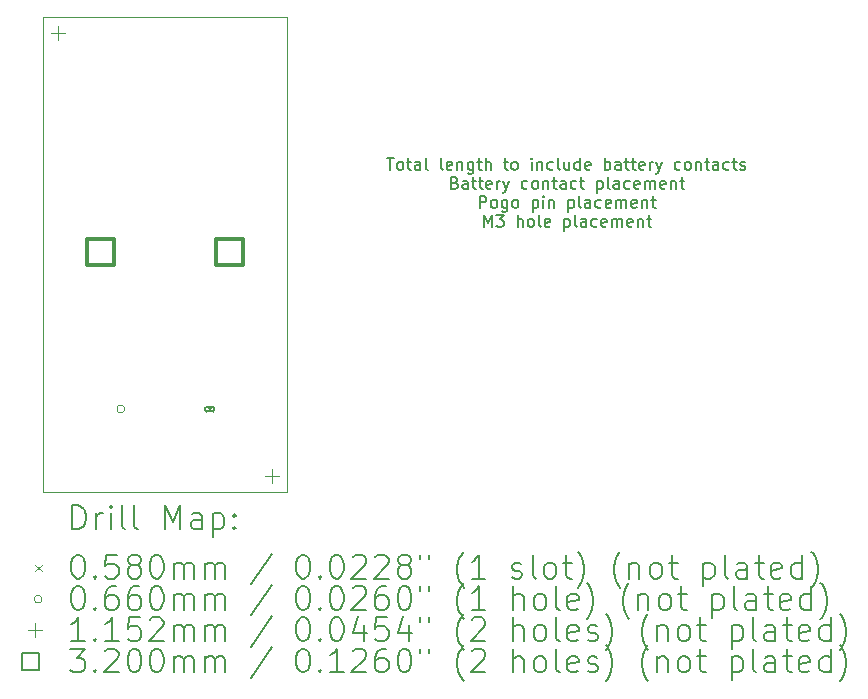
<source format=gbr>
%FSLAX45Y45*%
G04 Gerber Fmt 4.5, Leading zero omitted, Abs format (unit mm)*
G04 Created by KiCad (PCBNEW (6.0.4-0)) date 2022-12-11 03:25:20*
%MOMM*%
%LPD*%
G01*
G04 APERTURE LIST*
%TA.AperFunction,Profile*%
%ADD10C,0.100000*%
%TD*%
%ADD11C,0.150000*%
%ADD12C,0.200000*%
%ADD13C,0.058000*%
%ADD14C,0.066000*%
%ADD15C,0.115200*%
%ADD16C,0.320000*%
G04 APERTURE END LIST*
D10*
X7068000Y-4225000D02*
X9140000Y-4225000D01*
X9140000Y-4225000D02*
X9140000Y-8245000D01*
X9140000Y-8245000D02*
X7068000Y-8245000D01*
X7068000Y-8245000D02*
X7068000Y-4225000D01*
D11*
X9984771Y-5418738D02*
X10041914Y-5418738D01*
X10013343Y-5518738D02*
X10013343Y-5418738D01*
X10089533Y-5518738D02*
X10080010Y-5513976D01*
X10075248Y-5509214D01*
X10070486Y-5499690D01*
X10070486Y-5471119D01*
X10075248Y-5461595D01*
X10080010Y-5456833D01*
X10089533Y-5452071D01*
X10103819Y-5452071D01*
X10113343Y-5456833D01*
X10118105Y-5461595D01*
X10122867Y-5471119D01*
X10122867Y-5499690D01*
X10118105Y-5509214D01*
X10113343Y-5513976D01*
X10103819Y-5518738D01*
X10089533Y-5518738D01*
X10151438Y-5452071D02*
X10189533Y-5452071D01*
X10165724Y-5418738D02*
X10165724Y-5504452D01*
X10170486Y-5513976D01*
X10180010Y-5518738D01*
X10189533Y-5518738D01*
X10265724Y-5518738D02*
X10265724Y-5466357D01*
X10260962Y-5456833D01*
X10251438Y-5452071D01*
X10232390Y-5452071D01*
X10222867Y-5456833D01*
X10265724Y-5513976D02*
X10256200Y-5518738D01*
X10232390Y-5518738D01*
X10222867Y-5513976D01*
X10218105Y-5504452D01*
X10218105Y-5494929D01*
X10222867Y-5485405D01*
X10232390Y-5480643D01*
X10256200Y-5480643D01*
X10265724Y-5475881D01*
X10327629Y-5518738D02*
X10318105Y-5513976D01*
X10313343Y-5504452D01*
X10313343Y-5418738D01*
X10456200Y-5518738D02*
X10446676Y-5513976D01*
X10441914Y-5504452D01*
X10441914Y-5418738D01*
X10532390Y-5513976D02*
X10522867Y-5518738D01*
X10503819Y-5518738D01*
X10494295Y-5513976D01*
X10489533Y-5504452D01*
X10489533Y-5466357D01*
X10494295Y-5456833D01*
X10503819Y-5452071D01*
X10522867Y-5452071D01*
X10532390Y-5456833D01*
X10537152Y-5466357D01*
X10537152Y-5475881D01*
X10489533Y-5485405D01*
X10580010Y-5452071D02*
X10580010Y-5518738D01*
X10580010Y-5461595D02*
X10584771Y-5456833D01*
X10594295Y-5452071D01*
X10608581Y-5452071D01*
X10618105Y-5456833D01*
X10622867Y-5466357D01*
X10622867Y-5518738D01*
X10713343Y-5452071D02*
X10713343Y-5533024D01*
X10708581Y-5542548D01*
X10703819Y-5547310D01*
X10694295Y-5552071D01*
X10680010Y-5552071D01*
X10670486Y-5547310D01*
X10713343Y-5513976D02*
X10703819Y-5518738D01*
X10684771Y-5518738D01*
X10675248Y-5513976D01*
X10670486Y-5509214D01*
X10665724Y-5499690D01*
X10665724Y-5471119D01*
X10670486Y-5461595D01*
X10675248Y-5456833D01*
X10684771Y-5452071D01*
X10703819Y-5452071D01*
X10713343Y-5456833D01*
X10746676Y-5452071D02*
X10784771Y-5452071D01*
X10760962Y-5418738D02*
X10760962Y-5504452D01*
X10765724Y-5513976D01*
X10775248Y-5518738D01*
X10784771Y-5518738D01*
X10818105Y-5518738D02*
X10818105Y-5418738D01*
X10860962Y-5518738D02*
X10860962Y-5466357D01*
X10856200Y-5456833D01*
X10846676Y-5452071D01*
X10832390Y-5452071D01*
X10822867Y-5456833D01*
X10818105Y-5461595D01*
X10970486Y-5452071D02*
X11008581Y-5452071D01*
X10984771Y-5418738D02*
X10984771Y-5504452D01*
X10989533Y-5513976D01*
X10999057Y-5518738D01*
X11008581Y-5518738D01*
X11056200Y-5518738D02*
X11046676Y-5513976D01*
X11041914Y-5509214D01*
X11037152Y-5499690D01*
X11037152Y-5471119D01*
X11041914Y-5461595D01*
X11046676Y-5456833D01*
X11056200Y-5452071D01*
X11070486Y-5452071D01*
X11080010Y-5456833D01*
X11084771Y-5461595D01*
X11089533Y-5471119D01*
X11089533Y-5499690D01*
X11084771Y-5509214D01*
X11080010Y-5513976D01*
X11070486Y-5518738D01*
X11056200Y-5518738D01*
X11208581Y-5518738D02*
X11208581Y-5452071D01*
X11208581Y-5418738D02*
X11203819Y-5423500D01*
X11208581Y-5428262D01*
X11213343Y-5423500D01*
X11208581Y-5418738D01*
X11208581Y-5428262D01*
X11256200Y-5452071D02*
X11256200Y-5518738D01*
X11256200Y-5461595D02*
X11260962Y-5456833D01*
X11270486Y-5452071D01*
X11284771Y-5452071D01*
X11294295Y-5456833D01*
X11299057Y-5466357D01*
X11299057Y-5518738D01*
X11389533Y-5513976D02*
X11380009Y-5518738D01*
X11360962Y-5518738D01*
X11351438Y-5513976D01*
X11346676Y-5509214D01*
X11341914Y-5499690D01*
X11341914Y-5471119D01*
X11346676Y-5461595D01*
X11351438Y-5456833D01*
X11360962Y-5452071D01*
X11380009Y-5452071D01*
X11389533Y-5456833D01*
X11446676Y-5518738D02*
X11437152Y-5513976D01*
X11432390Y-5504452D01*
X11432390Y-5418738D01*
X11527628Y-5452071D02*
X11527628Y-5518738D01*
X11484771Y-5452071D02*
X11484771Y-5504452D01*
X11489533Y-5513976D01*
X11499057Y-5518738D01*
X11513343Y-5518738D01*
X11522867Y-5513976D01*
X11527628Y-5509214D01*
X11618105Y-5518738D02*
X11618105Y-5418738D01*
X11618105Y-5513976D02*
X11608581Y-5518738D01*
X11589533Y-5518738D01*
X11580009Y-5513976D01*
X11575248Y-5509214D01*
X11570486Y-5499690D01*
X11570486Y-5471119D01*
X11575248Y-5461595D01*
X11580009Y-5456833D01*
X11589533Y-5452071D01*
X11608581Y-5452071D01*
X11618105Y-5456833D01*
X11703819Y-5513976D02*
X11694295Y-5518738D01*
X11675248Y-5518738D01*
X11665724Y-5513976D01*
X11660962Y-5504452D01*
X11660962Y-5466357D01*
X11665724Y-5456833D01*
X11675248Y-5452071D01*
X11694295Y-5452071D01*
X11703819Y-5456833D01*
X11708581Y-5466357D01*
X11708581Y-5475881D01*
X11660962Y-5485405D01*
X11827628Y-5518738D02*
X11827628Y-5418738D01*
X11827628Y-5456833D02*
X11837152Y-5452071D01*
X11856200Y-5452071D01*
X11865724Y-5456833D01*
X11870486Y-5461595D01*
X11875248Y-5471119D01*
X11875248Y-5499690D01*
X11870486Y-5509214D01*
X11865724Y-5513976D01*
X11856200Y-5518738D01*
X11837152Y-5518738D01*
X11827628Y-5513976D01*
X11960962Y-5518738D02*
X11960962Y-5466357D01*
X11956200Y-5456833D01*
X11946676Y-5452071D01*
X11927628Y-5452071D01*
X11918105Y-5456833D01*
X11960962Y-5513976D02*
X11951438Y-5518738D01*
X11927628Y-5518738D01*
X11918105Y-5513976D01*
X11913343Y-5504452D01*
X11913343Y-5494929D01*
X11918105Y-5485405D01*
X11927628Y-5480643D01*
X11951438Y-5480643D01*
X11960962Y-5475881D01*
X11994295Y-5452071D02*
X12032390Y-5452071D01*
X12008581Y-5418738D02*
X12008581Y-5504452D01*
X12013343Y-5513976D01*
X12022867Y-5518738D01*
X12032390Y-5518738D01*
X12051438Y-5452071D02*
X12089533Y-5452071D01*
X12065724Y-5418738D02*
X12065724Y-5504452D01*
X12070486Y-5513976D01*
X12080009Y-5518738D01*
X12089533Y-5518738D01*
X12160962Y-5513976D02*
X12151438Y-5518738D01*
X12132390Y-5518738D01*
X12122867Y-5513976D01*
X12118105Y-5504452D01*
X12118105Y-5466357D01*
X12122867Y-5456833D01*
X12132390Y-5452071D01*
X12151438Y-5452071D01*
X12160962Y-5456833D01*
X12165724Y-5466357D01*
X12165724Y-5475881D01*
X12118105Y-5485405D01*
X12208581Y-5518738D02*
X12208581Y-5452071D01*
X12208581Y-5471119D02*
X12213343Y-5461595D01*
X12218105Y-5456833D01*
X12227628Y-5452071D01*
X12237152Y-5452071D01*
X12260962Y-5452071D02*
X12284771Y-5518738D01*
X12308581Y-5452071D02*
X12284771Y-5518738D01*
X12275248Y-5542548D01*
X12270486Y-5547310D01*
X12260962Y-5552071D01*
X12465724Y-5513976D02*
X12456200Y-5518738D01*
X12437152Y-5518738D01*
X12427628Y-5513976D01*
X12422867Y-5509214D01*
X12418105Y-5499690D01*
X12418105Y-5471119D01*
X12422867Y-5461595D01*
X12427628Y-5456833D01*
X12437152Y-5452071D01*
X12456200Y-5452071D01*
X12465724Y-5456833D01*
X12522867Y-5518738D02*
X12513343Y-5513976D01*
X12508581Y-5509214D01*
X12503819Y-5499690D01*
X12503819Y-5471119D01*
X12508581Y-5461595D01*
X12513343Y-5456833D01*
X12522867Y-5452071D01*
X12537152Y-5452071D01*
X12546676Y-5456833D01*
X12551438Y-5461595D01*
X12556200Y-5471119D01*
X12556200Y-5499690D01*
X12551438Y-5509214D01*
X12546676Y-5513976D01*
X12537152Y-5518738D01*
X12522867Y-5518738D01*
X12599057Y-5452071D02*
X12599057Y-5518738D01*
X12599057Y-5461595D02*
X12603819Y-5456833D01*
X12613343Y-5452071D01*
X12627628Y-5452071D01*
X12637152Y-5456833D01*
X12641914Y-5466357D01*
X12641914Y-5518738D01*
X12675248Y-5452071D02*
X12713343Y-5452071D01*
X12689533Y-5418738D02*
X12689533Y-5504452D01*
X12694295Y-5513976D01*
X12703819Y-5518738D01*
X12713343Y-5518738D01*
X12789533Y-5518738D02*
X12789533Y-5466357D01*
X12784771Y-5456833D01*
X12775248Y-5452071D01*
X12756200Y-5452071D01*
X12746676Y-5456833D01*
X12789533Y-5513976D02*
X12780009Y-5518738D01*
X12756200Y-5518738D01*
X12746676Y-5513976D01*
X12741914Y-5504452D01*
X12741914Y-5494929D01*
X12746676Y-5485405D01*
X12756200Y-5480643D01*
X12780009Y-5480643D01*
X12789533Y-5475881D01*
X12880009Y-5513976D02*
X12870486Y-5518738D01*
X12851438Y-5518738D01*
X12841914Y-5513976D01*
X12837152Y-5509214D01*
X12832390Y-5499690D01*
X12832390Y-5471119D01*
X12837152Y-5461595D01*
X12841914Y-5456833D01*
X12851438Y-5452071D01*
X12870486Y-5452071D01*
X12880009Y-5456833D01*
X12908581Y-5452071D02*
X12946676Y-5452071D01*
X12922867Y-5418738D02*
X12922867Y-5504452D01*
X12927628Y-5513976D01*
X12937152Y-5518738D01*
X12946676Y-5518738D01*
X12975248Y-5513976D02*
X12984771Y-5518738D01*
X13003819Y-5518738D01*
X13013343Y-5513976D01*
X13018105Y-5504452D01*
X13018105Y-5499690D01*
X13013343Y-5490167D01*
X13003819Y-5485405D01*
X12989533Y-5485405D01*
X12980009Y-5480643D01*
X12975248Y-5471119D01*
X12975248Y-5466357D01*
X12980009Y-5456833D01*
X12989533Y-5452071D01*
X13003819Y-5452071D01*
X13013343Y-5456833D01*
X10558581Y-5627357D02*
X10572867Y-5632119D01*
X10577629Y-5636881D01*
X10582390Y-5646405D01*
X10582390Y-5660690D01*
X10577629Y-5670214D01*
X10572867Y-5674976D01*
X10563343Y-5679738D01*
X10525248Y-5679738D01*
X10525248Y-5579738D01*
X10558581Y-5579738D01*
X10568105Y-5584500D01*
X10572867Y-5589262D01*
X10577629Y-5598786D01*
X10577629Y-5608309D01*
X10572867Y-5617833D01*
X10568105Y-5622595D01*
X10558581Y-5627357D01*
X10525248Y-5627357D01*
X10668105Y-5679738D02*
X10668105Y-5627357D01*
X10663343Y-5617833D01*
X10653819Y-5613071D01*
X10634771Y-5613071D01*
X10625248Y-5617833D01*
X10668105Y-5674976D02*
X10658581Y-5679738D01*
X10634771Y-5679738D01*
X10625248Y-5674976D01*
X10620486Y-5665452D01*
X10620486Y-5655928D01*
X10625248Y-5646405D01*
X10634771Y-5641643D01*
X10658581Y-5641643D01*
X10668105Y-5636881D01*
X10701438Y-5613071D02*
X10739533Y-5613071D01*
X10715724Y-5579738D02*
X10715724Y-5665452D01*
X10720486Y-5674976D01*
X10730010Y-5679738D01*
X10739533Y-5679738D01*
X10758581Y-5613071D02*
X10796676Y-5613071D01*
X10772867Y-5579738D02*
X10772867Y-5665452D01*
X10777629Y-5674976D01*
X10787152Y-5679738D01*
X10796676Y-5679738D01*
X10868105Y-5674976D02*
X10858581Y-5679738D01*
X10839533Y-5679738D01*
X10830010Y-5674976D01*
X10825248Y-5665452D01*
X10825248Y-5627357D01*
X10830010Y-5617833D01*
X10839533Y-5613071D01*
X10858581Y-5613071D01*
X10868105Y-5617833D01*
X10872867Y-5627357D01*
X10872867Y-5636881D01*
X10825248Y-5646405D01*
X10915724Y-5679738D02*
X10915724Y-5613071D01*
X10915724Y-5632119D02*
X10920486Y-5622595D01*
X10925248Y-5617833D01*
X10934771Y-5613071D01*
X10944295Y-5613071D01*
X10968105Y-5613071D02*
X10991914Y-5679738D01*
X11015724Y-5613071D02*
X10991914Y-5679738D01*
X10982390Y-5703548D01*
X10977629Y-5708309D01*
X10968105Y-5713071D01*
X11172867Y-5674976D02*
X11163343Y-5679738D01*
X11144295Y-5679738D01*
X11134771Y-5674976D01*
X11130010Y-5670214D01*
X11125248Y-5660690D01*
X11125248Y-5632119D01*
X11130010Y-5622595D01*
X11134771Y-5617833D01*
X11144295Y-5613071D01*
X11163343Y-5613071D01*
X11172867Y-5617833D01*
X11230009Y-5679738D02*
X11220486Y-5674976D01*
X11215724Y-5670214D01*
X11210962Y-5660690D01*
X11210962Y-5632119D01*
X11215724Y-5622595D01*
X11220486Y-5617833D01*
X11230009Y-5613071D01*
X11244295Y-5613071D01*
X11253819Y-5617833D01*
X11258581Y-5622595D01*
X11263343Y-5632119D01*
X11263343Y-5660690D01*
X11258581Y-5670214D01*
X11253819Y-5674976D01*
X11244295Y-5679738D01*
X11230009Y-5679738D01*
X11306200Y-5613071D02*
X11306200Y-5679738D01*
X11306200Y-5622595D02*
X11310962Y-5617833D01*
X11320486Y-5613071D01*
X11334771Y-5613071D01*
X11344295Y-5617833D01*
X11349057Y-5627357D01*
X11349057Y-5679738D01*
X11382390Y-5613071D02*
X11420486Y-5613071D01*
X11396676Y-5579738D02*
X11396676Y-5665452D01*
X11401438Y-5674976D01*
X11410962Y-5679738D01*
X11420486Y-5679738D01*
X11496676Y-5679738D02*
X11496676Y-5627357D01*
X11491914Y-5617833D01*
X11482390Y-5613071D01*
X11463343Y-5613071D01*
X11453819Y-5617833D01*
X11496676Y-5674976D02*
X11487152Y-5679738D01*
X11463343Y-5679738D01*
X11453819Y-5674976D01*
X11449057Y-5665452D01*
X11449057Y-5655928D01*
X11453819Y-5646405D01*
X11463343Y-5641643D01*
X11487152Y-5641643D01*
X11496676Y-5636881D01*
X11587152Y-5674976D02*
X11577628Y-5679738D01*
X11558581Y-5679738D01*
X11549057Y-5674976D01*
X11544295Y-5670214D01*
X11539533Y-5660690D01*
X11539533Y-5632119D01*
X11544295Y-5622595D01*
X11549057Y-5617833D01*
X11558581Y-5613071D01*
X11577628Y-5613071D01*
X11587152Y-5617833D01*
X11615724Y-5613071D02*
X11653819Y-5613071D01*
X11630009Y-5579738D02*
X11630009Y-5665452D01*
X11634771Y-5674976D01*
X11644295Y-5679738D01*
X11653819Y-5679738D01*
X11763343Y-5613071D02*
X11763343Y-5713071D01*
X11763343Y-5617833D02*
X11772867Y-5613071D01*
X11791914Y-5613071D01*
X11801438Y-5617833D01*
X11806200Y-5622595D01*
X11810962Y-5632119D01*
X11810962Y-5660690D01*
X11806200Y-5670214D01*
X11801438Y-5674976D01*
X11791914Y-5679738D01*
X11772867Y-5679738D01*
X11763343Y-5674976D01*
X11868105Y-5679738D02*
X11858581Y-5674976D01*
X11853819Y-5665452D01*
X11853819Y-5579738D01*
X11949057Y-5679738D02*
X11949057Y-5627357D01*
X11944295Y-5617833D01*
X11934771Y-5613071D01*
X11915724Y-5613071D01*
X11906200Y-5617833D01*
X11949057Y-5674976D02*
X11939533Y-5679738D01*
X11915724Y-5679738D01*
X11906200Y-5674976D01*
X11901438Y-5665452D01*
X11901438Y-5655928D01*
X11906200Y-5646405D01*
X11915724Y-5641643D01*
X11939533Y-5641643D01*
X11949057Y-5636881D01*
X12039533Y-5674976D02*
X12030009Y-5679738D01*
X12010962Y-5679738D01*
X12001438Y-5674976D01*
X11996676Y-5670214D01*
X11991914Y-5660690D01*
X11991914Y-5632119D01*
X11996676Y-5622595D01*
X12001438Y-5617833D01*
X12010962Y-5613071D01*
X12030009Y-5613071D01*
X12039533Y-5617833D01*
X12120486Y-5674976D02*
X12110962Y-5679738D01*
X12091914Y-5679738D01*
X12082390Y-5674976D01*
X12077628Y-5665452D01*
X12077628Y-5627357D01*
X12082390Y-5617833D01*
X12091914Y-5613071D01*
X12110962Y-5613071D01*
X12120486Y-5617833D01*
X12125248Y-5627357D01*
X12125248Y-5636881D01*
X12077628Y-5646405D01*
X12168105Y-5679738D02*
X12168105Y-5613071D01*
X12168105Y-5622595D02*
X12172867Y-5617833D01*
X12182390Y-5613071D01*
X12196676Y-5613071D01*
X12206200Y-5617833D01*
X12210962Y-5627357D01*
X12210962Y-5679738D01*
X12210962Y-5627357D02*
X12215724Y-5617833D01*
X12225248Y-5613071D01*
X12239533Y-5613071D01*
X12249057Y-5617833D01*
X12253819Y-5627357D01*
X12253819Y-5679738D01*
X12339533Y-5674976D02*
X12330009Y-5679738D01*
X12310962Y-5679738D01*
X12301438Y-5674976D01*
X12296676Y-5665452D01*
X12296676Y-5627357D01*
X12301438Y-5617833D01*
X12310962Y-5613071D01*
X12330009Y-5613071D01*
X12339533Y-5617833D01*
X12344295Y-5627357D01*
X12344295Y-5636881D01*
X12296676Y-5646405D01*
X12387152Y-5613071D02*
X12387152Y-5679738D01*
X12387152Y-5622595D02*
X12391914Y-5617833D01*
X12401438Y-5613071D01*
X12415724Y-5613071D01*
X12425248Y-5617833D01*
X12430009Y-5627357D01*
X12430009Y-5679738D01*
X12463343Y-5613071D02*
X12501438Y-5613071D01*
X12477628Y-5579738D02*
X12477628Y-5665452D01*
X12482390Y-5674976D01*
X12491914Y-5679738D01*
X12501438Y-5679738D01*
X10768105Y-5840738D02*
X10768105Y-5740738D01*
X10806200Y-5740738D01*
X10815724Y-5745500D01*
X10820486Y-5750262D01*
X10825248Y-5759786D01*
X10825248Y-5774071D01*
X10820486Y-5783595D01*
X10815724Y-5788357D01*
X10806200Y-5793119D01*
X10768105Y-5793119D01*
X10882390Y-5840738D02*
X10872867Y-5835976D01*
X10868105Y-5831214D01*
X10863343Y-5821690D01*
X10863343Y-5793119D01*
X10868105Y-5783595D01*
X10872867Y-5778833D01*
X10882390Y-5774071D01*
X10896676Y-5774071D01*
X10906200Y-5778833D01*
X10910962Y-5783595D01*
X10915724Y-5793119D01*
X10915724Y-5821690D01*
X10910962Y-5831214D01*
X10906200Y-5835976D01*
X10896676Y-5840738D01*
X10882390Y-5840738D01*
X11001438Y-5774071D02*
X11001438Y-5855024D01*
X10996676Y-5864548D01*
X10991914Y-5869309D01*
X10982390Y-5874071D01*
X10968105Y-5874071D01*
X10958581Y-5869309D01*
X11001438Y-5835976D02*
X10991914Y-5840738D01*
X10972867Y-5840738D01*
X10963343Y-5835976D01*
X10958581Y-5831214D01*
X10953819Y-5821690D01*
X10953819Y-5793119D01*
X10958581Y-5783595D01*
X10963343Y-5778833D01*
X10972867Y-5774071D01*
X10991914Y-5774071D01*
X11001438Y-5778833D01*
X11063343Y-5840738D02*
X11053819Y-5835976D01*
X11049057Y-5831214D01*
X11044295Y-5821690D01*
X11044295Y-5793119D01*
X11049057Y-5783595D01*
X11053819Y-5778833D01*
X11063343Y-5774071D01*
X11077629Y-5774071D01*
X11087152Y-5778833D01*
X11091914Y-5783595D01*
X11096676Y-5793119D01*
X11096676Y-5821690D01*
X11091914Y-5831214D01*
X11087152Y-5835976D01*
X11077629Y-5840738D01*
X11063343Y-5840738D01*
X11215724Y-5774071D02*
X11215724Y-5874071D01*
X11215724Y-5778833D02*
X11225248Y-5774071D01*
X11244295Y-5774071D01*
X11253819Y-5778833D01*
X11258581Y-5783595D01*
X11263343Y-5793119D01*
X11263343Y-5821690D01*
X11258581Y-5831214D01*
X11253819Y-5835976D01*
X11244295Y-5840738D01*
X11225248Y-5840738D01*
X11215724Y-5835976D01*
X11306200Y-5840738D02*
X11306200Y-5774071D01*
X11306200Y-5740738D02*
X11301438Y-5745500D01*
X11306200Y-5750262D01*
X11310962Y-5745500D01*
X11306200Y-5740738D01*
X11306200Y-5750262D01*
X11353819Y-5774071D02*
X11353819Y-5840738D01*
X11353819Y-5783595D02*
X11358581Y-5778833D01*
X11368105Y-5774071D01*
X11382390Y-5774071D01*
X11391914Y-5778833D01*
X11396676Y-5788357D01*
X11396676Y-5840738D01*
X11520486Y-5774071D02*
X11520486Y-5874071D01*
X11520486Y-5778833D02*
X11530009Y-5774071D01*
X11549057Y-5774071D01*
X11558581Y-5778833D01*
X11563343Y-5783595D01*
X11568105Y-5793119D01*
X11568105Y-5821690D01*
X11563343Y-5831214D01*
X11558581Y-5835976D01*
X11549057Y-5840738D01*
X11530009Y-5840738D01*
X11520486Y-5835976D01*
X11625248Y-5840738D02*
X11615724Y-5835976D01*
X11610962Y-5826452D01*
X11610962Y-5740738D01*
X11706200Y-5840738D02*
X11706200Y-5788357D01*
X11701438Y-5778833D01*
X11691914Y-5774071D01*
X11672867Y-5774071D01*
X11663343Y-5778833D01*
X11706200Y-5835976D02*
X11696676Y-5840738D01*
X11672867Y-5840738D01*
X11663343Y-5835976D01*
X11658581Y-5826452D01*
X11658581Y-5816928D01*
X11663343Y-5807405D01*
X11672867Y-5802643D01*
X11696676Y-5802643D01*
X11706200Y-5797881D01*
X11796676Y-5835976D02*
X11787152Y-5840738D01*
X11768105Y-5840738D01*
X11758581Y-5835976D01*
X11753819Y-5831214D01*
X11749057Y-5821690D01*
X11749057Y-5793119D01*
X11753819Y-5783595D01*
X11758581Y-5778833D01*
X11768105Y-5774071D01*
X11787152Y-5774071D01*
X11796676Y-5778833D01*
X11877628Y-5835976D02*
X11868105Y-5840738D01*
X11849057Y-5840738D01*
X11839533Y-5835976D01*
X11834771Y-5826452D01*
X11834771Y-5788357D01*
X11839533Y-5778833D01*
X11849057Y-5774071D01*
X11868105Y-5774071D01*
X11877628Y-5778833D01*
X11882390Y-5788357D01*
X11882390Y-5797881D01*
X11834771Y-5807405D01*
X11925248Y-5840738D02*
X11925248Y-5774071D01*
X11925248Y-5783595D02*
X11930009Y-5778833D01*
X11939533Y-5774071D01*
X11953819Y-5774071D01*
X11963343Y-5778833D01*
X11968105Y-5788357D01*
X11968105Y-5840738D01*
X11968105Y-5788357D02*
X11972867Y-5778833D01*
X11982390Y-5774071D01*
X11996676Y-5774071D01*
X12006200Y-5778833D01*
X12010962Y-5788357D01*
X12010962Y-5840738D01*
X12096676Y-5835976D02*
X12087152Y-5840738D01*
X12068105Y-5840738D01*
X12058581Y-5835976D01*
X12053819Y-5826452D01*
X12053819Y-5788357D01*
X12058581Y-5778833D01*
X12068105Y-5774071D01*
X12087152Y-5774071D01*
X12096676Y-5778833D01*
X12101438Y-5788357D01*
X12101438Y-5797881D01*
X12053819Y-5807405D01*
X12144295Y-5774071D02*
X12144295Y-5840738D01*
X12144295Y-5783595D02*
X12149057Y-5778833D01*
X12158581Y-5774071D01*
X12172867Y-5774071D01*
X12182390Y-5778833D01*
X12187152Y-5788357D01*
X12187152Y-5840738D01*
X12220486Y-5774071D02*
X12258581Y-5774071D01*
X12234771Y-5740738D02*
X12234771Y-5826452D01*
X12239533Y-5835976D01*
X12249057Y-5840738D01*
X12258581Y-5840738D01*
X10803819Y-6001738D02*
X10803819Y-5901738D01*
X10837152Y-5973167D01*
X10870486Y-5901738D01*
X10870486Y-6001738D01*
X10908581Y-5901738D02*
X10970486Y-5901738D01*
X10937152Y-5939833D01*
X10951438Y-5939833D01*
X10960962Y-5944595D01*
X10965724Y-5949357D01*
X10970486Y-5958881D01*
X10970486Y-5982690D01*
X10965724Y-5992214D01*
X10960962Y-5996976D01*
X10951438Y-6001738D01*
X10922867Y-6001738D01*
X10913343Y-5996976D01*
X10908581Y-5992214D01*
X11089533Y-6001738D02*
X11089533Y-5901738D01*
X11132390Y-6001738D02*
X11132390Y-5949357D01*
X11127629Y-5939833D01*
X11118105Y-5935071D01*
X11103819Y-5935071D01*
X11094295Y-5939833D01*
X11089533Y-5944595D01*
X11194295Y-6001738D02*
X11184771Y-5996976D01*
X11180010Y-5992214D01*
X11175248Y-5982690D01*
X11175248Y-5954119D01*
X11180010Y-5944595D01*
X11184771Y-5939833D01*
X11194295Y-5935071D01*
X11208581Y-5935071D01*
X11218105Y-5939833D01*
X11222867Y-5944595D01*
X11227628Y-5954119D01*
X11227628Y-5982690D01*
X11222867Y-5992214D01*
X11218105Y-5996976D01*
X11208581Y-6001738D01*
X11194295Y-6001738D01*
X11284771Y-6001738D02*
X11275248Y-5996976D01*
X11270486Y-5987452D01*
X11270486Y-5901738D01*
X11360962Y-5996976D02*
X11351438Y-6001738D01*
X11332390Y-6001738D01*
X11322867Y-5996976D01*
X11318105Y-5987452D01*
X11318105Y-5949357D01*
X11322867Y-5939833D01*
X11332390Y-5935071D01*
X11351438Y-5935071D01*
X11360962Y-5939833D01*
X11365724Y-5949357D01*
X11365724Y-5958881D01*
X11318105Y-5968405D01*
X11484771Y-5935071D02*
X11484771Y-6035071D01*
X11484771Y-5939833D02*
X11494295Y-5935071D01*
X11513343Y-5935071D01*
X11522867Y-5939833D01*
X11527628Y-5944595D01*
X11532390Y-5954119D01*
X11532390Y-5982690D01*
X11527628Y-5992214D01*
X11522867Y-5996976D01*
X11513343Y-6001738D01*
X11494295Y-6001738D01*
X11484771Y-5996976D01*
X11589533Y-6001738D02*
X11580009Y-5996976D01*
X11575248Y-5987452D01*
X11575248Y-5901738D01*
X11670486Y-6001738D02*
X11670486Y-5949357D01*
X11665724Y-5939833D01*
X11656200Y-5935071D01*
X11637152Y-5935071D01*
X11627628Y-5939833D01*
X11670486Y-5996976D02*
X11660962Y-6001738D01*
X11637152Y-6001738D01*
X11627628Y-5996976D01*
X11622867Y-5987452D01*
X11622867Y-5977928D01*
X11627628Y-5968405D01*
X11637152Y-5963643D01*
X11660962Y-5963643D01*
X11670486Y-5958881D01*
X11760962Y-5996976D02*
X11751438Y-6001738D01*
X11732390Y-6001738D01*
X11722867Y-5996976D01*
X11718105Y-5992214D01*
X11713343Y-5982690D01*
X11713343Y-5954119D01*
X11718105Y-5944595D01*
X11722867Y-5939833D01*
X11732390Y-5935071D01*
X11751438Y-5935071D01*
X11760962Y-5939833D01*
X11841914Y-5996976D02*
X11832390Y-6001738D01*
X11813343Y-6001738D01*
X11803819Y-5996976D01*
X11799057Y-5987452D01*
X11799057Y-5949357D01*
X11803819Y-5939833D01*
X11813343Y-5935071D01*
X11832390Y-5935071D01*
X11841914Y-5939833D01*
X11846676Y-5949357D01*
X11846676Y-5958881D01*
X11799057Y-5968405D01*
X11889533Y-6001738D02*
X11889533Y-5935071D01*
X11889533Y-5944595D02*
X11894295Y-5939833D01*
X11903819Y-5935071D01*
X11918105Y-5935071D01*
X11927628Y-5939833D01*
X11932390Y-5949357D01*
X11932390Y-6001738D01*
X11932390Y-5949357D02*
X11937152Y-5939833D01*
X11946676Y-5935071D01*
X11960962Y-5935071D01*
X11970486Y-5939833D01*
X11975248Y-5949357D01*
X11975248Y-6001738D01*
X12060962Y-5996976D02*
X12051438Y-6001738D01*
X12032390Y-6001738D01*
X12022867Y-5996976D01*
X12018105Y-5987452D01*
X12018105Y-5949357D01*
X12022867Y-5939833D01*
X12032390Y-5935071D01*
X12051438Y-5935071D01*
X12060962Y-5939833D01*
X12065724Y-5949357D01*
X12065724Y-5958881D01*
X12018105Y-5968405D01*
X12108581Y-5935071D02*
X12108581Y-6001738D01*
X12108581Y-5944595D02*
X12113343Y-5939833D01*
X12122867Y-5935071D01*
X12137152Y-5935071D01*
X12146676Y-5939833D01*
X12151438Y-5949357D01*
X12151438Y-6001738D01*
X12184771Y-5935071D02*
X12222867Y-5935071D01*
X12199057Y-5901738D02*
X12199057Y-5987452D01*
X12203819Y-5996976D01*
X12213343Y-6001738D01*
X12222867Y-6001738D01*
D12*
D13*
X8451000Y-7514966D02*
X8509000Y-7572966D01*
X8509000Y-7514966D02*
X8451000Y-7572966D01*
D12*
X8459000Y-7562966D02*
X8501000Y-7562966D01*
X8459000Y-7524966D02*
X8501000Y-7524966D01*
X8501000Y-7562966D02*
G75*
G03*
X8501000Y-7524966I0J19000D01*
G01*
X8459000Y-7524966D02*
G75*
G03*
X8459000Y-7562966I0J-19000D01*
G01*
D14*
X7763000Y-7543966D02*
G75*
G03*
X7763000Y-7543966I-33000J0D01*
G01*
D15*
X7200000Y-4302400D02*
X7200000Y-4417600D01*
X7142400Y-4360000D02*
X7257600Y-4360000D01*
X9010000Y-8052400D02*
X9010000Y-8167600D01*
X8952400Y-8110000D02*
X9067600Y-8110000D01*
D16*
X7672460Y-6328138D02*
X7672460Y-6101862D01*
X7446183Y-6101862D01*
X7446183Y-6328138D01*
X7672460Y-6328138D01*
X8761947Y-6328138D02*
X8761947Y-6101862D01*
X8535670Y-6101862D01*
X8535670Y-6328138D01*
X8761947Y-6328138D01*
D12*
X7320619Y-8560476D02*
X7320619Y-8360476D01*
X7368238Y-8360476D01*
X7396809Y-8370000D01*
X7415857Y-8389048D01*
X7425381Y-8408095D01*
X7434905Y-8446190D01*
X7434905Y-8474762D01*
X7425381Y-8512857D01*
X7415857Y-8531905D01*
X7396809Y-8550952D01*
X7368238Y-8560476D01*
X7320619Y-8560476D01*
X7520619Y-8560476D02*
X7520619Y-8427143D01*
X7520619Y-8465238D02*
X7530143Y-8446190D01*
X7539667Y-8436667D01*
X7558714Y-8427143D01*
X7577762Y-8427143D01*
X7644428Y-8560476D02*
X7644428Y-8427143D01*
X7644428Y-8360476D02*
X7634905Y-8370000D01*
X7644428Y-8379524D01*
X7653952Y-8370000D01*
X7644428Y-8360476D01*
X7644428Y-8379524D01*
X7768238Y-8560476D02*
X7749190Y-8550952D01*
X7739667Y-8531905D01*
X7739667Y-8360476D01*
X7873000Y-8560476D02*
X7853952Y-8550952D01*
X7844428Y-8531905D01*
X7844428Y-8360476D01*
X8101571Y-8560476D02*
X8101571Y-8360476D01*
X8168238Y-8503333D01*
X8234905Y-8360476D01*
X8234905Y-8560476D01*
X8415857Y-8560476D02*
X8415857Y-8455714D01*
X8406333Y-8436667D01*
X8387286Y-8427143D01*
X8349190Y-8427143D01*
X8330143Y-8436667D01*
X8415857Y-8550952D02*
X8396810Y-8560476D01*
X8349190Y-8560476D01*
X8330143Y-8550952D01*
X8320619Y-8531905D01*
X8320619Y-8512857D01*
X8330143Y-8493810D01*
X8349190Y-8484286D01*
X8396810Y-8484286D01*
X8415857Y-8474762D01*
X8511095Y-8427143D02*
X8511095Y-8627143D01*
X8511095Y-8436667D02*
X8530143Y-8427143D01*
X8568238Y-8427143D01*
X8587286Y-8436667D01*
X8596810Y-8446190D01*
X8606333Y-8465238D01*
X8606333Y-8522381D01*
X8596810Y-8541429D01*
X8587286Y-8550952D01*
X8568238Y-8560476D01*
X8530143Y-8560476D01*
X8511095Y-8550952D01*
X8692048Y-8541429D02*
X8701571Y-8550952D01*
X8692048Y-8560476D01*
X8682524Y-8550952D01*
X8692048Y-8541429D01*
X8692048Y-8560476D01*
X8692048Y-8436667D02*
X8701571Y-8446190D01*
X8692048Y-8455714D01*
X8682524Y-8446190D01*
X8692048Y-8436667D01*
X8692048Y-8455714D01*
D13*
X7005000Y-8861000D02*
X7063000Y-8919000D01*
X7063000Y-8861000D02*
X7005000Y-8919000D01*
D12*
X7358714Y-8780476D02*
X7377762Y-8780476D01*
X7396809Y-8790000D01*
X7406333Y-8799524D01*
X7415857Y-8818571D01*
X7425381Y-8856667D01*
X7425381Y-8904286D01*
X7415857Y-8942381D01*
X7406333Y-8961429D01*
X7396809Y-8970952D01*
X7377762Y-8980476D01*
X7358714Y-8980476D01*
X7339667Y-8970952D01*
X7330143Y-8961429D01*
X7320619Y-8942381D01*
X7311095Y-8904286D01*
X7311095Y-8856667D01*
X7320619Y-8818571D01*
X7330143Y-8799524D01*
X7339667Y-8790000D01*
X7358714Y-8780476D01*
X7511095Y-8961429D02*
X7520619Y-8970952D01*
X7511095Y-8980476D01*
X7501571Y-8970952D01*
X7511095Y-8961429D01*
X7511095Y-8980476D01*
X7701571Y-8780476D02*
X7606333Y-8780476D01*
X7596809Y-8875714D01*
X7606333Y-8866190D01*
X7625381Y-8856667D01*
X7673000Y-8856667D01*
X7692048Y-8866190D01*
X7701571Y-8875714D01*
X7711095Y-8894762D01*
X7711095Y-8942381D01*
X7701571Y-8961429D01*
X7692048Y-8970952D01*
X7673000Y-8980476D01*
X7625381Y-8980476D01*
X7606333Y-8970952D01*
X7596809Y-8961429D01*
X7825381Y-8866190D02*
X7806333Y-8856667D01*
X7796809Y-8847143D01*
X7787286Y-8828095D01*
X7787286Y-8818571D01*
X7796809Y-8799524D01*
X7806333Y-8790000D01*
X7825381Y-8780476D01*
X7863476Y-8780476D01*
X7882524Y-8790000D01*
X7892048Y-8799524D01*
X7901571Y-8818571D01*
X7901571Y-8828095D01*
X7892048Y-8847143D01*
X7882524Y-8856667D01*
X7863476Y-8866190D01*
X7825381Y-8866190D01*
X7806333Y-8875714D01*
X7796809Y-8885238D01*
X7787286Y-8904286D01*
X7787286Y-8942381D01*
X7796809Y-8961429D01*
X7806333Y-8970952D01*
X7825381Y-8980476D01*
X7863476Y-8980476D01*
X7882524Y-8970952D01*
X7892048Y-8961429D01*
X7901571Y-8942381D01*
X7901571Y-8904286D01*
X7892048Y-8885238D01*
X7882524Y-8875714D01*
X7863476Y-8866190D01*
X8025381Y-8780476D02*
X8044428Y-8780476D01*
X8063476Y-8790000D01*
X8073000Y-8799524D01*
X8082524Y-8818571D01*
X8092048Y-8856667D01*
X8092048Y-8904286D01*
X8082524Y-8942381D01*
X8073000Y-8961429D01*
X8063476Y-8970952D01*
X8044428Y-8980476D01*
X8025381Y-8980476D01*
X8006333Y-8970952D01*
X7996809Y-8961429D01*
X7987286Y-8942381D01*
X7977762Y-8904286D01*
X7977762Y-8856667D01*
X7987286Y-8818571D01*
X7996809Y-8799524D01*
X8006333Y-8790000D01*
X8025381Y-8780476D01*
X8177762Y-8980476D02*
X8177762Y-8847143D01*
X8177762Y-8866190D02*
X8187286Y-8856667D01*
X8206333Y-8847143D01*
X8234905Y-8847143D01*
X8253952Y-8856667D01*
X8263476Y-8875714D01*
X8263476Y-8980476D01*
X8263476Y-8875714D02*
X8273000Y-8856667D01*
X8292048Y-8847143D01*
X8320619Y-8847143D01*
X8339667Y-8856667D01*
X8349190Y-8875714D01*
X8349190Y-8980476D01*
X8444429Y-8980476D02*
X8444429Y-8847143D01*
X8444429Y-8866190D02*
X8453952Y-8856667D01*
X8473000Y-8847143D01*
X8501571Y-8847143D01*
X8520619Y-8856667D01*
X8530143Y-8875714D01*
X8530143Y-8980476D01*
X8530143Y-8875714D02*
X8539667Y-8856667D01*
X8558714Y-8847143D01*
X8587286Y-8847143D01*
X8606333Y-8856667D01*
X8615857Y-8875714D01*
X8615857Y-8980476D01*
X9006333Y-8770952D02*
X8834905Y-9028095D01*
X9263476Y-8780476D02*
X9282524Y-8780476D01*
X9301571Y-8790000D01*
X9311095Y-8799524D01*
X9320619Y-8818571D01*
X9330143Y-8856667D01*
X9330143Y-8904286D01*
X9320619Y-8942381D01*
X9311095Y-8961429D01*
X9301571Y-8970952D01*
X9282524Y-8980476D01*
X9263476Y-8980476D01*
X9244429Y-8970952D01*
X9234905Y-8961429D01*
X9225381Y-8942381D01*
X9215857Y-8904286D01*
X9215857Y-8856667D01*
X9225381Y-8818571D01*
X9234905Y-8799524D01*
X9244429Y-8790000D01*
X9263476Y-8780476D01*
X9415857Y-8961429D02*
X9425381Y-8970952D01*
X9415857Y-8980476D01*
X9406333Y-8970952D01*
X9415857Y-8961429D01*
X9415857Y-8980476D01*
X9549190Y-8780476D02*
X9568238Y-8780476D01*
X9587286Y-8790000D01*
X9596810Y-8799524D01*
X9606333Y-8818571D01*
X9615857Y-8856667D01*
X9615857Y-8904286D01*
X9606333Y-8942381D01*
X9596810Y-8961429D01*
X9587286Y-8970952D01*
X9568238Y-8980476D01*
X9549190Y-8980476D01*
X9530143Y-8970952D01*
X9520619Y-8961429D01*
X9511095Y-8942381D01*
X9501571Y-8904286D01*
X9501571Y-8856667D01*
X9511095Y-8818571D01*
X9520619Y-8799524D01*
X9530143Y-8790000D01*
X9549190Y-8780476D01*
X9692048Y-8799524D02*
X9701571Y-8790000D01*
X9720619Y-8780476D01*
X9768238Y-8780476D01*
X9787286Y-8790000D01*
X9796810Y-8799524D01*
X9806333Y-8818571D01*
X9806333Y-8837619D01*
X9796810Y-8866190D01*
X9682524Y-8980476D01*
X9806333Y-8980476D01*
X9882524Y-8799524D02*
X9892048Y-8790000D01*
X9911095Y-8780476D01*
X9958714Y-8780476D01*
X9977762Y-8790000D01*
X9987286Y-8799524D01*
X9996810Y-8818571D01*
X9996810Y-8837619D01*
X9987286Y-8866190D01*
X9873000Y-8980476D01*
X9996810Y-8980476D01*
X10111095Y-8866190D02*
X10092048Y-8856667D01*
X10082524Y-8847143D01*
X10073000Y-8828095D01*
X10073000Y-8818571D01*
X10082524Y-8799524D01*
X10092048Y-8790000D01*
X10111095Y-8780476D01*
X10149190Y-8780476D01*
X10168238Y-8790000D01*
X10177762Y-8799524D01*
X10187286Y-8818571D01*
X10187286Y-8828095D01*
X10177762Y-8847143D01*
X10168238Y-8856667D01*
X10149190Y-8866190D01*
X10111095Y-8866190D01*
X10092048Y-8875714D01*
X10082524Y-8885238D01*
X10073000Y-8904286D01*
X10073000Y-8942381D01*
X10082524Y-8961429D01*
X10092048Y-8970952D01*
X10111095Y-8980476D01*
X10149190Y-8980476D01*
X10168238Y-8970952D01*
X10177762Y-8961429D01*
X10187286Y-8942381D01*
X10187286Y-8904286D01*
X10177762Y-8885238D01*
X10168238Y-8875714D01*
X10149190Y-8866190D01*
X10263476Y-8780476D02*
X10263476Y-8818571D01*
X10339667Y-8780476D02*
X10339667Y-8818571D01*
X10634905Y-9056667D02*
X10625381Y-9047143D01*
X10606333Y-9018571D01*
X10596810Y-8999524D01*
X10587286Y-8970952D01*
X10577762Y-8923333D01*
X10577762Y-8885238D01*
X10587286Y-8837619D01*
X10596810Y-8809048D01*
X10606333Y-8790000D01*
X10625381Y-8761429D01*
X10634905Y-8751905D01*
X10815857Y-8980476D02*
X10701571Y-8980476D01*
X10758714Y-8980476D02*
X10758714Y-8780476D01*
X10739667Y-8809048D01*
X10720619Y-8828095D01*
X10701571Y-8837619D01*
X11044429Y-8970952D02*
X11063476Y-8980476D01*
X11101571Y-8980476D01*
X11120619Y-8970952D01*
X11130143Y-8951905D01*
X11130143Y-8942381D01*
X11120619Y-8923333D01*
X11101571Y-8913810D01*
X11073000Y-8913810D01*
X11053952Y-8904286D01*
X11044429Y-8885238D01*
X11044429Y-8875714D01*
X11053952Y-8856667D01*
X11073000Y-8847143D01*
X11101571Y-8847143D01*
X11120619Y-8856667D01*
X11244428Y-8980476D02*
X11225381Y-8970952D01*
X11215857Y-8951905D01*
X11215857Y-8780476D01*
X11349190Y-8980476D02*
X11330143Y-8970952D01*
X11320619Y-8961429D01*
X11311095Y-8942381D01*
X11311095Y-8885238D01*
X11320619Y-8866190D01*
X11330143Y-8856667D01*
X11349190Y-8847143D01*
X11377762Y-8847143D01*
X11396809Y-8856667D01*
X11406333Y-8866190D01*
X11415857Y-8885238D01*
X11415857Y-8942381D01*
X11406333Y-8961429D01*
X11396809Y-8970952D01*
X11377762Y-8980476D01*
X11349190Y-8980476D01*
X11473000Y-8847143D02*
X11549190Y-8847143D01*
X11501571Y-8780476D02*
X11501571Y-8951905D01*
X11511095Y-8970952D01*
X11530143Y-8980476D01*
X11549190Y-8980476D01*
X11596809Y-9056667D02*
X11606333Y-9047143D01*
X11625381Y-9018571D01*
X11634905Y-8999524D01*
X11644428Y-8970952D01*
X11653952Y-8923333D01*
X11653952Y-8885238D01*
X11644428Y-8837619D01*
X11634905Y-8809048D01*
X11625381Y-8790000D01*
X11606333Y-8761429D01*
X11596809Y-8751905D01*
X11958714Y-9056667D02*
X11949190Y-9047143D01*
X11930143Y-9018571D01*
X11920619Y-8999524D01*
X11911095Y-8970952D01*
X11901571Y-8923333D01*
X11901571Y-8885238D01*
X11911095Y-8837619D01*
X11920619Y-8809048D01*
X11930143Y-8790000D01*
X11949190Y-8761429D01*
X11958714Y-8751905D01*
X12034905Y-8847143D02*
X12034905Y-8980476D01*
X12034905Y-8866190D02*
X12044428Y-8856667D01*
X12063476Y-8847143D01*
X12092048Y-8847143D01*
X12111095Y-8856667D01*
X12120619Y-8875714D01*
X12120619Y-8980476D01*
X12244428Y-8980476D02*
X12225381Y-8970952D01*
X12215857Y-8961429D01*
X12206333Y-8942381D01*
X12206333Y-8885238D01*
X12215857Y-8866190D01*
X12225381Y-8856667D01*
X12244428Y-8847143D01*
X12273000Y-8847143D01*
X12292048Y-8856667D01*
X12301571Y-8866190D01*
X12311095Y-8885238D01*
X12311095Y-8942381D01*
X12301571Y-8961429D01*
X12292048Y-8970952D01*
X12273000Y-8980476D01*
X12244428Y-8980476D01*
X12368238Y-8847143D02*
X12444428Y-8847143D01*
X12396809Y-8780476D02*
X12396809Y-8951905D01*
X12406333Y-8970952D01*
X12425381Y-8980476D01*
X12444428Y-8980476D01*
X12663476Y-8847143D02*
X12663476Y-9047143D01*
X12663476Y-8856667D02*
X12682524Y-8847143D01*
X12720619Y-8847143D01*
X12739667Y-8856667D01*
X12749190Y-8866190D01*
X12758714Y-8885238D01*
X12758714Y-8942381D01*
X12749190Y-8961429D01*
X12739667Y-8970952D01*
X12720619Y-8980476D01*
X12682524Y-8980476D01*
X12663476Y-8970952D01*
X12873000Y-8980476D02*
X12853952Y-8970952D01*
X12844428Y-8951905D01*
X12844428Y-8780476D01*
X13034905Y-8980476D02*
X13034905Y-8875714D01*
X13025381Y-8856667D01*
X13006333Y-8847143D01*
X12968238Y-8847143D01*
X12949190Y-8856667D01*
X13034905Y-8970952D02*
X13015857Y-8980476D01*
X12968238Y-8980476D01*
X12949190Y-8970952D01*
X12939667Y-8951905D01*
X12939667Y-8932857D01*
X12949190Y-8913810D01*
X12968238Y-8904286D01*
X13015857Y-8904286D01*
X13034905Y-8894762D01*
X13101571Y-8847143D02*
X13177762Y-8847143D01*
X13130143Y-8780476D02*
X13130143Y-8951905D01*
X13139667Y-8970952D01*
X13158714Y-8980476D01*
X13177762Y-8980476D01*
X13320619Y-8970952D02*
X13301571Y-8980476D01*
X13263476Y-8980476D01*
X13244428Y-8970952D01*
X13234905Y-8951905D01*
X13234905Y-8875714D01*
X13244428Y-8856667D01*
X13263476Y-8847143D01*
X13301571Y-8847143D01*
X13320619Y-8856667D01*
X13330143Y-8875714D01*
X13330143Y-8894762D01*
X13234905Y-8913810D01*
X13501571Y-8980476D02*
X13501571Y-8780476D01*
X13501571Y-8970952D02*
X13482524Y-8980476D01*
X13444428Y-8980476D01*
X13425381Y-8970952D01*
X13415857Y-8961429D01*
X13406333Y-8942381D01*
X13406333Y-8885238D01*
X13415857Y-8866190D01*
X13425381Y-8856667D01*
X13444428Y-8847143D01*
X13482524Y-8847143D01*
X13501571Y-8856667D01*
X13577762Y-9056667D02*
X13587286Y-9047143D01*
X13606333Y-9018571D01*
X13615857Y-8999524D01*
X13625381Y-8970952D01*
X13634905Y-8923333D01*
X13634905Y-8885238D01*
X13625381Y-8837619D01*
X13615857Y-8809048D01*
X13606333Y-8790000D01*
X13587286Y-8761429D01*
X13577762Y-8751905D01*
D14*
X7063000Y-9154000D02*
G75*
G03*
X7063000Y-9154000I-33000J0D01*
G01*
D12*
X7358714Y-9044476D02*
X7377762Y-9044476D01*
X7396809Y-9054000D01*
X7406333Y-9063524D01*
X7415857Y-9082571D01*
X7425381Y-9120667D01*
X7425381Y-9168286D01*
X7415857Y-9206381D01*
X7406333Y-9225429D01*
X7396809Y-9234952D01*
X7377762Y-9244476D01*
X7358714Y-9244476D01*
X7339667Y-9234952D01*
X7330143Y-9225429D01*
X7320619Y-9206381D01*
X7311095Y-9168286D01*
X7311095Y-9120667D01*
X7320619Y-9082571D01*
X7330143Y-9063524D01*
X7339667Y-9054000D01*
X7358714Y-9044476D01*
X7511095Y-9225429D02*
X7520619Y-9234952D01*
X7511095Y-9244476D01*
X7501571Y-9234952D01*
X7511095Y-9225429D01*
X7511095Y-9244476D01*
X7692048Y-9044476D02*
X7653952Y-9044476D01*
X7634905Y-9054000D01*
X7625381Y-9063524D01*
X7606333Y-9092095D01*
X7596809Y-9130190D01*
X7596809Y-9206381D01*
X7606333Y-9225429D01*
X7615857Y-9234952D01*
X7634905Y-9244476D01*
X7673000Y-9244476D01*
X7692048Y-9234952D01*
X7701571Y-9225429D01*
X7711095Y-9206381D01*
X7711095Y-9158762D01*
X7701571Y-9139714D01*
X7692048Y-9130190D01*
X7673000Y-9120667D01*
X7634905Y-9120667D01*
X7615857Y-9130190D01*
X7606333Y-9139714D01*
X7596809Y-9158762D01*
X7882524Y-9044476D02*
X7844428Y-9044476D01*
X7825381Y-9054000D01*
X7815857Y-9063524D01*
X7796809Y-9092095D01*
X7787286Y-9130190D01*
X7787286Y-9206381D01*
X7796809Y-9225429D01*
X7806333Y-9234952D01*
X7825381Y-9244476D01*
X7863476Y-9244476D01*
X7882524Y-9234952D01*
X7892048Y-9225429D01*
X7901571Y-9206381D01*
X7901571Y-9158762D01*
X7892048Y-9139714D01*
X7882524Y-9130190D01*
X7863476Y-9120667D01*
X7825381Y-9120667D01*
X7806333Y-9130190D01*
X7796809Y-9139714D01*
X7787286Y-9158762D01*
X8025381Y-9044476D02*
X8044428Y-9044476D01*
X8063476Y-9054000D01*
X8073000Y-9063524D01*
X8082524Y-9082571D01*
X8092048Y-9120667D01*
X8092048Y-9168286D01*
X8082524Y-9206381D01*
X8073000Y-9225429D01*
X8063476Y-9234952D01*
X8044428Y-9244476D01*
X8025381Y-9244476D01*
X8006333Y-9234952D01*
X7996809Y-9225429D01*
X7987286Y-9206381D01*
X7977762Y-9168286D01*
X7977762Y-9120667D01*
X7987286Y-9082571D01*
X7996809Y-9063524D01*
X8006333Y-9054000D01*
X8025381Y-9044476D01*
X8177762Y-9244476D02*
X8177762Y-9111143D01*
X8177762Y-9130190D02*
X8187286Y-9120667D01*
X8206333Y-9111143D01*
X8234905Y-9111143D01*
X8253952Y-9120667D01*
X8263476Y-9139714D01*
X8263476Y-9244476D01*
X8263476Y-9139714D02*
X8273000Y-9120667D01*
X8292048Y-9111143D01*
X8320619Y-9111143D01*
X8339667Y-9120667D01*
X8349190Y-9139714D01*
X8349190Y-9244476D01*
X8444429Y-9244476D02*
X8444429Y-9111143D01*
X8444429Y-9130190D02*
X8453952Y-9120667D01*
X8473000Y-9111143D01*
X8501571Y-9111143D01*
X8520619Y-9120667D01*
X8530143Y-9139714D01*
X8530143Y-9244476D01*
X8530143Y-9139714D02*
X8539667Y-9120667D01*
X8558714Y-9111143D01*
X8587286Y-9111143D01*
X8606333Y-9120667D01*
X8615857Y-9139714D01*
X8615857Y-9244476D01*
X9006333Y-9034952D02*
X8834905Y-9292095D01*
X9263476Y-9044476D02*
X9282524Y-9044476D01*
X9301571Y-9054000D01*
X9311095Y-9063524D01*
X9320619Y-9082571D01*
X9330143Y-9120667D01*
X9330143Y-9168286D01*
X9320619Y-9206381D01*
X9311095Y-9225429D01*
X9301571Y-9234952D01*
X9282524Y-9244476D01*
X9263476Y-9244476D01*
X9244429Y-9234952D01*
X9234905Y-9225429D01*
X9225381Y-9206381D01*
X9215857Y-9168286D01*
X9215857Y-9120667D01*
X9225381Y-9082571D01*
X9234905Y-9063524D01*
X9244429Y-9054000D01*
X9263476Y-9044476D01*
X9415857Y-9225429D02*
X9425381Y-9234952D01*
X9415857Y-9244476D01*
X9406333Y-9234952D01*
X9415857Y-9225429D01*
X9415857Y-9244476D01*
X9549190Y-9044476D02*
X9568238Y-9044476D01*
X9587286Y-9054000D01*
X9596810Y-9063524D01*
X9606333Y-9082571D01*
X9615857Y-9120667D01*
X9615857Y-9168286D01*
X9606333Y-9206381D01*
X9596810Y-9225429D01*
X9587286Y-9234952D01*
X9568238Y-9244476D01*
X9549190Y-9244476D01*
X9530143Y-9234952D01*
X9520619Y-9225429D01*
X9511095Y-9206381D01*
X9501571Y-9168286D01*
X9501571Y-9120667D01*
X9511095Y-9082571D01*
X9520619Y-9063524D01*
X9530143Y-9054000D01*
X9549190Y-9044476D01*
X9692048Y-9063524D02*
X9701571Y-9054000D01*
X9720619Y-9044476D01*
X9768238Y-9044476D01*
X9787286Y-9054000D01*
X9796810Y-9063524D01*
X9806333Y-9082571D01*
X9806333Y-9101619D01*
X9796810Y-9130190D01*
X9682524Y-9244476D01*
X9806333Y-9244476D01*
X9977762Y-9044476D02*
X9939667Y-9044476D01*
X9920619Y-9054000D01*
X9911095Y-9063524D01*
X9892048Y-9092095D01*
X9882524Y-9130190D01*
X9882524Y-9206381D01*
X9892048Y-9225429D01*
X9901571Y-9234952D01*
X9920619Y-9244476D01*
X9958714Y-9244476D01*
X9977762Y-9234952D01*
X9987286Y-9225429D01*
X9996810Y-9206381D01*
X9996810Y-9158762D01*
X9987286Y-9139714D01*
X9977762Y-9130190D01*
X9958714Y-9120667D01*
X9920619Y-9120667D01*
X9901571Y-9130190D01*
X9892048Y-9139714D01*
X9882524Y-9158762D01*
X10120619Y-9044476D02*
X10139667Y-9044476D01*
X10158714Y-9054000D01*
X10168238Y-9063524D01*
X10177762Y-9082571D01*
X10187286Y-9120667D01*
X10187286Y-9168286D01*
X10177762Y-9206381D01*
X10168238Y-9225429D01*
X10158714Y-9234952D01*
X10139667Y-9244476D01*
X10120619Y-9244476D01*
X10101571Y-9234952D01*
X10092048Y-9225429D01*
X10082524Y-9206381D01*
X10073000Y-9168286D01*
X10073000Y-9120667D01*
X10082524Y-9082571D01*
X10092048Y-9063524D01*
X10101571Y-9054000D01*
X10120619Y-9044476D01*
X10263476Y-9044476D02*
X10263476Y-9082571D01*
X10339667Y-9044476D02*
X10339667Y-9082571D01*
X10634905Y-9320667D02*
X10625381Y-9311143D01*
X10606333Y-9282571D01*
X10596810Y-9263524D01*
X10587286Y-9234952D01*
X10577762Y-9187333D01*
X10577762Y-9149238D01*
X10587286Y-9101619D01*
X10596810Y-9073048D01*
X10606333Y-9054000D01*
X10625381Y-9025429D01*
X10634905Y-9015905D01*
X10815857Y-9244476D02*
X10701571Y-9244476D01*
X10758714Y-9244476D02*
X10758714Y-9044476D01*
X10739667Y-9073048D01*
X10720619Y-9092095D01*
X10701571Y-9101619D01*
X11053952Y-9244476D02*
X11053952Y-9044476D01*
X11139667Y-9244476D02*
X11139667Y-9139714D01*
X11130143Y-9120667D01*
X11111095Y-9111143D01*
X11082524Y-9111143D01*
X11063476Y-9120667D01*
X11053952Y-9130190D01*
X11263476Y-9244476D02*
X11244428Y-9234952D01*
X11234905Y-9225429D01*
X11225381Y-9206381D01*
X11225381Y-9149238D01*
X11234905Y-9130190D01*
X11244428Y-9120667D01*
X11263476Y-9111143D01*
X11292048Y-9111143D01*
X11311095Y-9120667D01*
X11320619Y-9130190D01*
X11330143Y-9149238D01*
X11330143Y-9206381D01*
X11320619Y-9225429D01*
X11311095Y-9234952D01*
X11292048Y-9244476D01*
X11263476Y-9244476D01*
X11444428Y-9244476D02*
X11425381Y-9234952D01*
X11415857Y-9215905D01*
X11415857Y-9044476D01*
X11596809Y-9234952D02*
X11577762Y-9244476D01*
X11539667Y-9244476D01*
X11520619Y-9234952D01*
X11511095Y-9215905D01*
X11511095Y-9139714D01*
X11520619Y-9120667D01*
X11539667Y-9111143D01*
X11577762Y-9111143D01*
X11596809Y-9120667D01*
X11606333Y-9139714D01*
X11606333Y-9158762D01*
X11511095Y-9177810D01*
X11673000Y-9320667D02*
X11682524Y-9311143D01*
X11701571Y-9282571D01*
X11711095Y-9263524D01*
X11720619Y-9234952D01*
X11730143Y-9187333D01*
X11730143Y-9149238D01*
X11720619Y-9101619D01*
X11711095Y-9073048D01*
X11701571Y-9054000D01*
X11682524Y-9025429D01*
X11673000Y-9015905D01*
X12034905Y-9320667D02*
X12025381Y-9311143D01*
X12006333Y-9282571D01*
X11996809Y-9263524D01*
X11987286Y-9234952D01*
X11977762Y-9187333D01*
X11977762Y-9149238D01*
X11987286Y-9101619D01*
X11996809Y-9073048D01*
X12006333Y-9054000D01*
X12025381Y-9025429D01*
X12034905Y-9015905D01*
X12111095Y-9111143D02*
X12111095Y-9244476D01*
X12111095Y-9130190D02*
X12120619Y-9120667D01*
X12139667Y-9111143D01*
X12168238Y-9111143D01*
X12187286Y-9120667D01*
X12196809Y-9139714D01*
X12196809Y-9244476D01*
X12320619Y-9244476D02*
X12301571Y-9234952D01*
X12292048Y-9225429D01*
X12282524Y-9206381D01*
X12282524Y-9149238D01*
X12292048Y-9130190D01*
X12301571Y-9120667D01*
X12320619Y-9111143D01*
X12349190Y-9111143D01*
X12368238Y-9120667D01*
X12377762Y-9130190D01*
X12387286Y-9149238D01*
X12387286Y-9206381D01*
X12377762Y-9225429D01*
X12368238Y-9234952D01*
X12349190Y-9244476D01*
X12320619Y-9244476D01*
X12444428Y-9111143D02*
X12520619Y-9111143D01*
X12473000Y-9044476D02*
X12473000Y-9215905D01*
X12482524Y-9234952D01*
X12501571Y-9244476D01*
X12520619Y-9244476D01*
X12739667Y-9111143D02*
X12739667Y-9311143D01*
X12739667Y-9120667D02*
X12758714Y-9111143D01*
X12796809Y-9111143D01*
X12815857Y-9120667D01*
X12825381Y-9130190D01*
X12834905Y-9149238D01*
X12834905Y-9206381D01*
X12825381Y-9225429D01*
X12815857Y-9234952D01*
X12796809Y-9244476D01*
X12758714Y-9244476D01*
X12739667Y-9234952D01*
X12949190Y-9244476D02*
X12930143Y-9234952D01*
X12920619Y-9215905D01*
X12920619Y-9044476D01*
X13111095Y-9244476D02*
X13111095Y-9139714D01*
X13101571Y-9120667D01*
X13082524Y-9111143D01*
X13044428Y-9111143D01*
X13025381Y-9120667D01*
X13111095Y-9234952D02*
X13092048Y-9244476D01*
X13044428Y-9244476D01*
X13025381Y-9234952D01*
X13015857Y-9215905D01*
X13015857Y-9196857D01*
X13025381Y-9177810D01*
X13044428Y-9168286D01*
X13092048Y-9168286D01*
X13111095Y-9158762D01*
X13177762Y-9111143D02*
X13253952Y-9111143D01*
X13206333Y-9044476D02*
X13206333Y-9215905D01*
X13215857Y-9234952D01*
X13234905Y-9244476D01*
X13253952Y-9244476D01*
X13396809Y-9234952D02*
X13377762Y-9244476D01*
X13339667Y-9244476D01*
X13320619Y-9234952D01*
X13311095Y-9215905D01*
X13311095Y-9139714D01*
X13320619Y-9120667D01*
X13339667Y-9111143D01*
X13377762Y-9111143D01*
X13396809Y-9120667D01*
X13406333Y-9139714D01*
X13406333Y-9158762D01*
X13311095Y-9177810D01*
X13577762Y-9244476D02*
X13577762Y-9044476D01*
X13577762Y-9234952D02*
X13558714Y-9244476D01*
X13520619Y-9244476D01*
X13501571Y-9234952D01*
X13492048Y-9225429D01*
X13482524Y-9206381D01*
X13482524Y-9149238D01*
X13492048Y-9130190D01*
X13501571Y-9120667D01*
X13520619Y-9111143D01*
X13558714Y-9111143D01*
X13577762Y-9120667D01*
X13653952Y-9320667D02*
X13663476Y-9311143D01*
X13682524Y-9282571D01*
X13692048Y-9263524D01*
X13701571Y-9234952D01*
X13711095Y-9187333D01*
X13711095Y-9149238D01*
X13701571Y-9101619D01*
X13692048Y-9073048D01*
X13682524Y-9054000D01*
X13663476Y-9025429D01*
X13653952Y-9015905D01*
D15*
X7005400Y-9360400D02*
X7005400Y-9475600D01*
X6947800Y-9418000D02*
X7063000Y-9418000D01*
D12*
X7425381Y-9508476D02*
X7311095Y-9508476D01*
X7368238Y-9508476D02*
X7368238Y-9308476D01*
X7349190Y-9337048D01*
X7330143Y-9356095D01*
X7311095Y-9365619D01*
X7511095Y-9489429D02*
X7520619Y-9498952D01*
X7511095Y-9508476D01*
X7501571Y-9498952D01*
X7511095Y-9489429D01*
X7511095Y-9508476D01*
X7711095Y-9508476D02*
X7596809Y-9508476D01*
X7653952Y-9508476D02*
X7653952Y-9308476D01*
X7634905Y-9337048D01*
X7615857Y-9356095D01*
X7596809Y-9365619D01*
X7892048Y-9308476D02*
X7796809Y-9308476D01*
X7787286Y-9403714D01*
X7796809Y-9394190D01*
X7815857Y-9384667D01*
X7863476Y-9384667D01*
X7882524Y-9394190D01*
X7892048Y-9403714D01*
X7901571Y-9422762D01*
X7901571Y-9470381D01*
X7892048Y-9489429D01*
X7882524Y-9498952D01*
X7863476Y-9508476D01*
X7815857Y-9508476D01*
X7796809Y-9498952D01*
X7787286Y-9489429D01*
X7977762Y-9327524D02*
X7987286Y-9318000D01*
X8006333Y-9308476D01*
X8053952Y-9308476D01*
X8073000Y-9318000D01*
X8082524Y-9327524D01*
X8092048Y-9346571D01*
X8092048Y-9365619D01*
X8082524Y-9394190D01*
X7968238Y-9508476D01*
X8092048Y-9508476D01*
X8177762Y-9508476D02*
X8177762Y-9375143D01*
X8177762Y-9394190D02*
X8187286Y-9384667D01*
X8206333Y-9375143D01*
X8234905Y-9375143D01*
X8253952Y-9384667D01*
X8263476Y-9403714D01*
X8263476Y-9508476D01*
X8263476Y-9403714D02*
X8273000Y-9384667D01*
X8292048Y-9375143D01*
X8320619Y-9375143D01*
X8339667Y-9384667D01*
X8349190Y-9403714D01*
X8349190Y-9508476D01*
X8444429Y-9508476D02*
X8444429Y-9375143D01*
X8444429Y-9394190D02*
X8453952Y-9384667D01*
X8473000Y-9375143D01*
X8501571Y-9375143D01*
X8520619Y-9384667D01*
X8530143Y-9403714D01*
X8530143Y-9508476D01*
X8530143Y-9403714D02*
X8539667Y-9384667D01*
X8558714Y-9375143D01*
X8587286Y-9375143D01*
X8606333Y-9384667D01*
X8615857Y-9403714D01*
X8615857Y-9508476D01*
X9006333Y-9298952D02*
X8834905Y-9556095D01*
X9263476Y-9308476D02*
X9282524Y-9308476D01*
X9301571Y-9318000D01*
X9311095Y-9327524D01*
X9320619Y-9346571D01*
X9330143Y-9384667D01*
X9330143Y-9432286D01*
X9320619Y-9470381D01*
X9311095Y-9489429D01*
X9301571Y-9498952D01*
X9282524Y-9508476D01*
X9263476Y-9508476D01*
X9244429Y-9498952D01*
X9234905Y-9489429D01*
X9225381Y-9470381D01*
X9215857Y-9432286D01*
X9215857Y-9384667D01*
X9225381Y-9346571D01*
X9234905Y-9327524D01*
X9244429Y-9318000D01*
X9263476Y-9308476D01*
X9415857Y-9489429D02*
X9425381Y-9498952D01*
X9415857Y-9508476D01*
X9406333Y-9498952D01*
X9415857Y-9489429D01*
X9415857Y-9508476D01*
X9549190Y-9308476D02*
X9568238Y-9308476D01*
X9587286Y-9318000D01*
X9596810Y-9327524D01*
X9606333Y-9346571D01*
X9615857Y-9384667D01*
X9615857Y-9432286D01*
X9606333Y-9470381D01*
X9596810Y-9489429D01*
X9587286Y-9498952D01*
X9568238Y-9508476D01*
X9549190Y-9508476D01*
X9530143Y-9498952D01*
X9520619Y-9489429D01*
X9511095Y-9470381D01*
X9501571Y-9432286D01*
X9501571Y-9384667D01*
X9511095Y-9346571D01*
X9520619Y-9327524D01*
X9530143Y-9318000D01*
X9549190Y-9308476D01*
X9787286Y-9375143D02*
X9787286Y-9508476D01*
X9739667Y-9298952D02*
X9692048Y-9441810D01*
X9815857Y-9441810D01*
X9987286Y-9308476D02*
X9892048Y-9308476D01*
X9882524Y-9403714D01*
X9892048Y-9394190D01*
X9911095Y-9384667D01*
X9958714Y-9384667D01*
X9977762Y-9394190D01*
X9987286Y-9403714D01*
X9996810Y-9422762D01*
X9996810Y-9470381D01*
X9987286Y-9489429D01*
X9977762Y-9498952D01*
X9958714Y-9508476D01*
X9911095Y-9508476D01*
X9892048Y-9498952D01*
X9882524Y-9489429D01*
X10168238Y-9375143D02*
X10168238Y-9508476D01*
X10120619Y-9298952D02*
X10073000Y-9441810D01*
X10196810Y-9441810D01*
X10263476Y-9308476D02*
X10263476Y-9346571D01*
X10339667Y-9308476D02*
X10339667Y-9346571D01*
X10634905Y-9584667D02*
X10625381Y-9575143D01*
X10606333Y-9546571D01*
X10596810Y-9527524D01*
X10587286Y-9498952D01*
X10577762Y-9451333D01*
X10577762Y-9413238D01*
X10587286Y-9365619D01*
X10596810Y-9337048D01*
X10606333Y-9318000D01*
X10625381Y-9289429D01*
X10634905Y-9279905D01*
X10701571Y-9327524D02*
X10711095Y-9318000D01*
X10730143Y-9308476D01*
X10777762Y-9308476D01*
X10796810Y-9318000D01*
X10806333Y-9327524D01*
X10815857Y-9346571D01*
X10815857Y-9365619D01*
X10806333Y-9394190D01*
X10692048Y-9508476D01*
X10815857Y-9508476D01*
X11053952Y-9508476D02*
X11053952Y-9308476D01*
X11139667Y-9508476D02*
X11139667Y-9403714D01*
X11130143Y-9384667D01*
X11111095Y-9375143D01*
X11082524Y-9375143D01*
X11063476Y-9384667D01*
X11053952Y-9394190D01*
X11263476Y-9508476D02*
X11244428Y-9498952D01*
X11234905Y-9489429D01*
X11225381Y-9470381D01*
X11225381Y-9413238D01*
X11234905Y-9394190D01*
X11244428Y-9384667D01*
X11263476Y-9375143D01*
X11292048Y-9375143D01*
X11311095Y-9384667D01*
X11320619Y-9394190D01*
X11330143Y-9413238D01*
X11330143Y-9470381D01*
X11320619Y-9489429D01*
X11311095Y-9498952D01*
X11292048Y-9508476D01*
X11263476Y-9508476D01*
X11444428Y-9508476D02*
X11425381Y-9498952D01*
X11415857Y-9479905D01*
X11415857Y-9308476D01*
X11596809Y-9498952D02*
X11577762Y-9508476D01*
X11539667Y-9508476D01*
X11520619Y-9498952D01*
X11511095Y-9479905D01*
X11511095Y-9403714D01*
X11520619Y-9384667D01*
X11539667Y-9375143D01*
X11577762Y-9375143D01*
X11596809Y-9384667D01*
X11606333Y-9403714D01*
X11606333Y-9422762D01*
X11511095Y-9441810D01*
X11682524Y-9498952D02*
X11701571Y-9508476D01*
X11739667Y-9508476D01*
X11758714Y-9498952D01*
X11768238Y-9479905D01*
X11768238Y-9470381D01*
X11758714Y-9451333D01*
X11739667Y-9441810D01*
X11711095Y-9441810D01*
X11692048Y-9432286D01*
X11682524Y-9413238D01*
X11682524Y-9403714D01*
X11692048Y-9384667D01*
X11711095Y-9375143D01*
X11739667Y-9375143D01*
X11758714Y-9384667D01*
X11834905Y-9584667D02*
X11844428Y-9575143D01*
X11863476Y-9546571D01*
X11873000Y-9527524D01*
X11882524Y-9498952D01*
X11892048Y-9451333D01*
X11892048Y-9413238D01*
X11882524Y-9365619D01*
X11873000Y-9337048D01*
X11863476Y-9318000D01*
X11844428Y-9289429D01*
X11834905Y-9279905D01*
X12196809Y-9584667D02*
X12187286Y-9575143D01*
X12168238Y-9546571D01*
X12158714Y-9527524D01*
X12149190Y-9498952D01*
X12139667Y-9451333D01*
X12139667Y-9413238D01*
X12149190Y-9365619D01*
X12158714Y-9337048D01*
X12168238Y-9318000D01*
X12187286Y-9289429D01*
X12196809Y-9279905D01*
X12273000Y-9375143D02*
X12273000Y-9508476D01*
X12273000Y-9394190D02*
X12282524Y-9384667D01*
X12301571Y-9375143D01*
X12330143Y-9375143D01*
X12349190Y-9384667D01*
X12358714Y-9403714D01*
X12358714Y-9508476D01*
X12482524Y-9508476D02*
X12463476Y-9498952D01*
X12453952Y-9489429D01*
X12444428Y-9470381D01*
X12444428Y-9413238D01*
X12453952Y-9394190D01*
X12463476Y-9384667D01*
X12482524Y-9375143D01*
X12511095Y-9375143D01*
X12530143Y-9384667D01*
X12539667Y-9394190D01*
X12549190Y-9413238D01*
X12549190Y-9470381D01*
X12539667Y-9489429D01*
X12530143Y-9498952D01*
X12511095Y-9508476D01*
X12482524Y-9508476D01*
X12606333Y-9375143D02*
X12682524Y-9375143D01*
X12634905Y-9308476D02*
X12634905Y-9479905D01*
X12644428Y-9498952D01*
X12663476Y-9508476D01*
X12682524Y-9508476D01*
X12901571Y-9375143D02*
X12901571Y-9575143D01*
X12901571Y-9384667D02*
X12920619Y-9375143D01*
X12958714Y-9375143D01*
X12977762Y-9384667D01*
X12987286Y-9394190D01*
X12996809Y-9413238D01*
X12996809Y-9470381D01*
X12987286Y-9489429D01*
X12977762Y-9498952D01*
X12958714Y-9508476D01*
X12920619Y-9508476D01*
X12901571Y-9498952D01*
X13111095Y-9508476D02*
X13092048Y-9498952D01*
X13082524Y-9479905D01*
X13082524Y-9308476D01*
X13273000Y-9508476D02*
X13273000Y-9403714D01*
X13263476Y-9384667D01*
X13244428Y-9375143D01*
X13206333Y-9375143D01*
X13187286Y-9384667D01*
X13273000Y-9498952D02*
X13253952Y-9508476D01*
X13206333Y-9508476D01*
X13187286Y-9498952D01*
X13177762Y-9479905D01*
X13177762Y-9460857D01*
X13187286Y-9441810D01*
X13206333Y-9432286D01*
X13253952Y-9432286D01*
X13273000Y-9422762D01*
X13339667Y-9375143D02*
X13415857Y-9375143D01*
X13368238Y-9308476D02*
X13368238Y-9479905D01*
X13377762Y-9498952D01*
X13396809Y-9508476D01*
X13415857Y-9508476D01*
X13558714Y-9498952D02*
X13539667Y-9508476D01*
X13501571Y-9508476D01*
X13482524Y-9498952D01*
X13473000Y-9479905D01*
X13473000Y-9403714D01*
X13482524Y-9384667D01*
X13501571Y-9375143D01*
X13539667Y-9375143D01*
X13558714Y-9384667D01*
X13568238Y-9403714D01*
X13568238Y-9422762D01*
X13473000Y-9441810D01*
X13739667Y-9508476D02*
X13739667Y-9308476D01*
X13739667Y-9498952D02*
X13720619Y-9508476D01*
X13682524Y-9508476D01*
X13663476Y-9498952D01*
X13653952Y-9489429D01*
X13644428Y-9470381D01*
X13644428Y-9413238D01*
X13653952Y-9394190D01*
X13663476Y-9384667D01*
X13682524Y-9375143D01*
X13720619Y-9375143D01*
X13739667Y-9384667D01*
X13815857Y-9584667D02*
X13825381Y-9575143D01*
X13844428Y-9546571D01*
X13853952Y-9527524D01*
X13863476Y-9498952D01*
X13873000Y-9451333D01*
X13873000Y-9413238D01*
X13863476Y-9365619D01*
X13853952Y-9337048D01*
X13844428Y-9318000D01*
X13825381Y-9289429D01*
X13815857Y-9279905D01*
X7033711Y-9752711D02*
X7033711Y-9611289D01*
X6892289Y-9611289D01*
X6892289Y-9752711D01*
X7033711Y-9752711D01*
X7301571Y-9572476D02*
X7425381Y-9572476D01*
X7358714Y-9648667D01*
X7387286Y-9648667D01*
X7406333Y-9658190D01*
X7415857Y-9667714D01*
X7425381Y-9686762D01*
X7425381Y-9734381D01*
X7415857Y-9753429D01*
X7406333Y-9762952D01*
X7387286Y-9772476D01*
X7330143Y-9772476D01*
X7311095Y-9762952D01*
X7301571Y-9753429D01*
X7511095Y-9753429D02*
X7520619Y-9762952D01*
X7511095Y-9772476D01*
X7501571Y-9762952D01*
X7511095Y-9753429D01*
X7511095Y-9772476D01*
X7596809Y-9591524D02*
X7606333Y-9582000D01*
X7625381Y-9572476D01*
X7673000Y-9572476D01*
X7692048Y-9582000D01*
X7701571Y-9591524D01*
X7711095Y-9610571D01*
X7711095Y-9629619D01*
X7701571Y-9658190D01*
X7587286Y-9772476D01*
X7711095Y-9772476D01*
X7834905Y-9572476D02*
X7853952Y-9572476D01*
X7873000Y-9582000D01*
X7882524Y-9591524D01*
X7892048Y-9610571D01*
X7901571Y-9648667D01*
X7901571Y-9696286D01*
X7892048Y-9734381D01*
X7882524Y-9753429D01*
X7873000Y-9762952D01*
X7853952Y-9772476D01*
X7834905Y-9772476D01*
X7815857Y-9762952D01*
X7806333Y-9753429D01*
X7796809Y-9734381D01*
X7787286Y-9696286D01*
X7787286Y-9648667D01*
X7796809Y-9610571D01*
X7806333Y-9591524D01*
X7815857Y-9582000D01*
X7834905Y-9572476D01*
X8025381Y-9572476D02*
X8044428Y-9572476D01*
X8063476Y-9582000D01*
X8073000Y-9591524D01*
X8082524Y-9610571D01*
X8092048Y-9648667D01*
X8092048Y-9696286D01*
X8082524Y-9734381D01*
X8073000Y-9753429D01*
X8063476Y-9762952D01*
X8044428Y-9772476D01*
X8025381Y-9772476D01*
X8006333Y-9762952D01*
X7996809Y-9753429D01*
X7987286Y-9734381D01*
X7977762Y-9696286D01*
X7977762Y-9648667D01*
X7987286Y-9610571D01*
X7996809Y-9591524D01*
X8006333Y-9582000D01*
X8025381Y-9572476D01*
X8177762Y-9772476D02*
X8177762Y-9639143D01*
X8177762Y-9658190D02*
X8187286Y-9648667D01*
X8206333Y-9639143D01*
X8234905Y-9639143D01*
X8253952Y-9648667D01*
X8263476Y-9667714D01*
X8263476Y-9772476D01*
X8263476Y-9667714D02*
X8273000Y-9648667D01*
X8292048Y-9639143D01*
X8320619Y-9639143D01*
X8339667Y-9648667D01*
X8349190Y-9667714D01*
X8349190Y-9772476D01*
X8444429Y-9772476D02*
X8444429Y-9639143D01*
X8444429Y-9658190D02*
X8453952Y-9648667D01*
X8473000Y-9639143D01*
X8501571Y-9639143D01*
X8520619Y-9648667D01*
X8530143Y-9667714D01*
X8530143Y-9772476D01*
X8530143Y-9667714D02*
X8539667Y-9648667D01*
X8558714Y-9639143D01*
X8587286Y-9639143D01*
X8606333Y-9648667D01*
X8615857Y-9667714D01*
X8615857Y-9772476D01*
X9006333Y-9562952D02*
X8834905Y-9820095D01*
X9263476Y-9572476D02*
X9282524Y-9572476D01*
X9301571Y-9582000D01*
X9311095Y-9591524D01*
X9320619Y-9610571D01*
X9330143Y-9648667D01*
X9330143Y-9696286D01*
X9320619Y-9734381D01*
X9311095Y-9753429D01*
X9301571Y-9762952D01*
X9282524Y-9772476D01*
X9263476Y-9772476D01*
X9244429Y-9762952D01*
X9234905Y-9753429D01*
X9225381Y-9734381D01*
X9215857Y-9696286D01*
X9215857Y-9648667D01*
X9225381Y-9610571D01*
X9234905Y-9591524D01*
X9244429Y-9582000D01*
X9263476Y-9572476D01*
X9415857Y-9753429D02*
X9425381Y-9762952D01*
X9415857Y-9772476D01*
X9406333Y-9762952D01*
X9415857Y-9753429D01*
X9415857Y-9772476D01*
X9615857Y-9772476D02*
X9501571Y-9772476D01*
X9558714Y-9772476D02*
X9558714Y-9572476D01*
X9539667Y-9601048D01*
X9520619Y-9620095D01*
X9501571Y-9629619D01*
X9692048Y-9591524D02*
X9701571Y-9582000D01*
X9720619Y-9572476D01*
X9768238Y-9572476D01*
X9787286Y-9582000D01*
X9796810Y-9591524D01*
X9806333Y-9610571D01*
X9806333Y-9629619D01*
X9796810Y-9658190D01*
X9682524Y-9772476D01*
X9806333Y-9772476D01*
X9977762Y-9572476D02*
X9939667Y-9572476D01*
X9920619Y-9582000D01*
X9911095Y-9591524D01*
X9892048Y-9620095D01*
X9882524Y-9658190D01*
X9882524Y-9734381D01*
X9892048Y-9753429D01*
X9901571Y-9762952D01*
X9920619Y-9772476D01*
X9958714Y-9772476D01*
X9977762Y-9762952D01*
X9987286Y-9753429D01*
X9996810Y-9734381D01*
X9996810Y-9686762D01*
X9987286Y-9667714D01*
X9977762Y-9658190D01*
X9958714Y-9648667D01*
X9920619Y-9648667D01*
X9901571Y-9658190D01*
X9892048Y-9667714D01*
X9882524Y-9686762D01*
X10120619Y-9572476D02*
X10139667Y-9572476D01*
X10158714Y-9582000D01*
X10168238Y-9591524D01*
X10177762Y-9610571D01*
X10187286Y-9648667D01*
X10187286Y-9696286D01*
X10177762Y-9734381D01*
X10168238Y-9753429D01*
X10158714Y-9762952D01*
X10139667Y-9772476D01*
X10120619Y-9772476D01*
X10101571Y-9762952D01*
X10092048Y-9753429D01*
X10082524Y-9734381D01*
X10073000Y-9696286D01*
X10073000Y-9648667D01*
X10082524Y-9610571D01*
X10092048Y-9591524D01*
X10101571Y-9582000D01*
X10120619Y-9572476D01*
X10263476Y-9572476D02*
X10263476Y-9610571D01*
X10339667Y-9572476D02*
X10339667Y-9610571D01*
X10634905Y-9848667D02*
X10625381Y-9839143D01*
X10606333Y-9810571D01*
X10596810Y-9791524D01*
X10587286Y-9762952D01*
X10577762Y-9715333D01*
X10577762Y-9677238D01*
X10587286Y-9629619D01*
X10596810Y-9601048D01*
X10606333Y-9582000D01*
X10625381Y-9553429D01*
X10634905Y-9543905D01*
X10701571Y-9591524D02*
X10711095Y-9582000D01*
X10730143Y-9572476D01*
X10777762Y-9572476D01*
X10796810Y-9582000D01*
X10806333Y-9591524D01*
X10815857Y-9610571D01*
X10815857Y-9629619D01*
X10806333Y-9658190D01*
X10692048Y-9772476D01*
X10815857Y-9772476D01*
X11053952Y-9772476D02*
X11053952Y-9572476D01*
X11139667Y-9772476D02*
X11139667Y-9667714D01*
X11130143Y-9648667D01*
X11111095Y-9639143D01*
X11082524Y-9639143D01*
X11063476Y-9648667D01*
X11053952Y-9658190D01*
X11263476Y-9772476D02*
X11244428Y-9762952D01*
X11234905Y-9753429D01*
X11225381Y-9734381D01*
X11225381Y-9677238D01*
X11234905Y-9658190D01*
X11244428Y-9648667D01*
X11263476Y-9639143D01*
X11292048Y-9639143D01*
X11311095Y-9648667D01*
X11320619Y-9658190D01*
X11330143Y-9677238D01*
X11330143Y-9734381D01*
X11320619Y-9753429D01*
X11311095Y-9762952D01*
X11292048Y-9772476D01*
X11263476Y-9772476D01*
X11444428Y-9772476D02*
X11425381Y-9762952D01*
X11415857Y-9743905D01*
X11415857Y-9572476D01*
X11596809Y-9762952D02*
X11577762Y-9772476D01*
X11539667Y-9772476D01*
X11520619Y-9762952D01*
X11511095Y-9743905D01*
X11511095Y-9667714D01*
X11520619Y-9648667D01*
X11539667Y-9639143D01*
X11577762Y-9639143D01*
X11596809Y-9648667D01*
X11606333Y-9667714D01*
X11606333Y-9686762D01*
X11511095Y-9705810D01*
X11682524Y-9762952D02*
X11701571Y-9772476D01*
X11739667Y-9772476D01*
X11758714Y-9762952D01*
X11768238Y-9743905D01*
X11768238Y-9734381D01*
X11758714Y-9715333D01*
X11739667Y-9705810D01*
X11711095Y-9705810D01*
X11692048Y-9696286D01*
X11682524Y-9677238D01*
X11682524Y-9667714D01*
X11692048Y-9648667D01*
X11711095Y-9639143D01*
X11739667Y-9639143D01*
X11758714Y-9648667D01*
X11834905Y-9848667D02*
X11844428Y-9839143D01*
X11863476Y-9810571D01*
X11873000Y-9791524D01*
X11882524Y-9762952D01*
X11892048Y-9715333D01*
X11892048Y-9677238D01*
X11882524Y-9629619D01*
X11873000Y-9601048D01*
X11863476Y-9582000D01*
X11844428Y-9553429D01*
X11834905Y-9543905D01*
X12196809Y-9848667D02*
X12187286Y-9839143D01*
X12168238Y-9810571D01*
X12158714Y-9791524D01*
X12149190Y-9762952D01*
X12139667Y-9715333D01*
X12139667Y-9677238D01*
X12149190Y-9629619D01*
X12158714Y-9601048D01*
X12168238Y-9582000D01*
X12187286Y-9553429D01*
X12196809Y-9543905D01*
X12273000Y-9639143D02*
X12273000Y-9772476D01*
X12273000Y-9658190D02*
X12282524Y-9648667D01*
X12301571Y-9639143D01*
X12330143Y-9639143D01*
X12349190Y-9648667D01*
X12358714Y-9667714D01*
X12358714Y-9772476D01*
X12482524Y-9772476D02*
X12463476Y-9762952D01*
X12453952Y-9753429D01*
X12444428Y-9734381D01*
X12444428Y-9677238D01*
X12453952Y-9658190D01*
X12463476Y-9648667D01*
X12482524Y-9639143D01*
X12511095Y-9639143D01*
X12530143Y-9648667D01*
X12539667Y-9658190D01*
X12549190Y-9677238D01*
X12549190Y-9734381D01*
X12539667Y-9753429D01*
X12530143Y-9762952D01*
X12511095Y-9772476D01*
X12482524Y-9772476D01*
X12606333Y-9639143D02*
X12682524Y-9639143D01*
X12634905Y-9572476D02*
X12634905Y-9743905D01*
X12644428Y-9762952D01*
X12663476Y-9772476D01*
X12682524Y-9772476D01*
X12901571Y-9639143D02*
X12901571Y-9839143D01*
X12901571Y-9648667D02*
X12920619Y-9639143D01*
X12958714Y-9639143D01*
X12977762Y-9648667D01*
X12987286Y-9658190D01*
X12996809Y-9677238D01*
X12996809Y-9734381D01*
X12987286Y-9753429D01*
X12977762Y-9762952D01*
X12958714Y-9772476D01*
X12920619Y-9772476D01*
X12901571Y-9762952D01*
X13111095Y-9772476D02*
X13092048Y-9762952D01*
X13082524Y-9743905D01*
X13082524Y-9572476D01*
X13273000Y-9772476D02*
X13273000Y-9667714D01*
X13263476Y-9648667D01*
X13244428Y-9639143D01*
X13206333Y-9639143D01*
X13187286Y-9648667D01*
X13273000Y-9762952D02*
X13253952Y-9772476D01*
X13206333Y-9772476D01*
X13187286Y-9762952D01*
X13177762Y-9743905D01*
X13177762Y-9724857D01*
X13187286Y-9705810D01*
X13206333Y-9696286D01*
X13253952Y-9696286D01*
X13273000Y-9686762D01*
X13339667Y-9639143D02*
X13415857Y-9639143D01*
X13368238Y-9572476D02*
X13368238Y-9743905D01*
X13377762Y-9762952D01*
X13396809Y-9772476D01*
X13415857Y-9772476D01*
X13558714Y-9762952D02*
X13539667Y-9772476D01*
X13501571Y-9772476D01*
X13482524Y-9762952D01*
X13473000Y-9743905D01*
X13473000Y-9667714D01*
X13482524Y-9648667D01*
X13501571Y-9639143D01*
X13539667Y-9639143D01*
X13558714Y-9648667D01*
X13568238Y-9667714D01*
X13568238Y-9686762D01*
X13473000Y-9705810D01*
X13739667Y-9772476D02*
X13739667Y-9572476D01*
X13739667Y-9762952D02*
X13720619Y-9772476D01*
X13682524Y-9772476D01*
X13663476Y-9762952D01*
X13653952Y-9753429D01*
X13644428Y-9734381D01*
X13644428Y-9677238D01*
X13653952Y-9658190D01*
X13663476Y-9648667D01*
X13682524Y-9639143D01*
X13720619Y-9639143D01*
X13739667Y-9648667D01*
X13815857Y-9848667D02*
X13825381Y-9839143D01*
X13844428Y-9810571D01*
X13853952Y-9791524D01*
X13863476Y-9762952D01*
X13873000Y-9715333D01*
X13873000Y-9677238D01*
X13863476Y-9629619D01*
X13853952Y-9601048D01*
X13844428Y-9582000D01*
X13825381Y-9553429D01*
X13815857Y-9543905D01*
M02*

</source>
